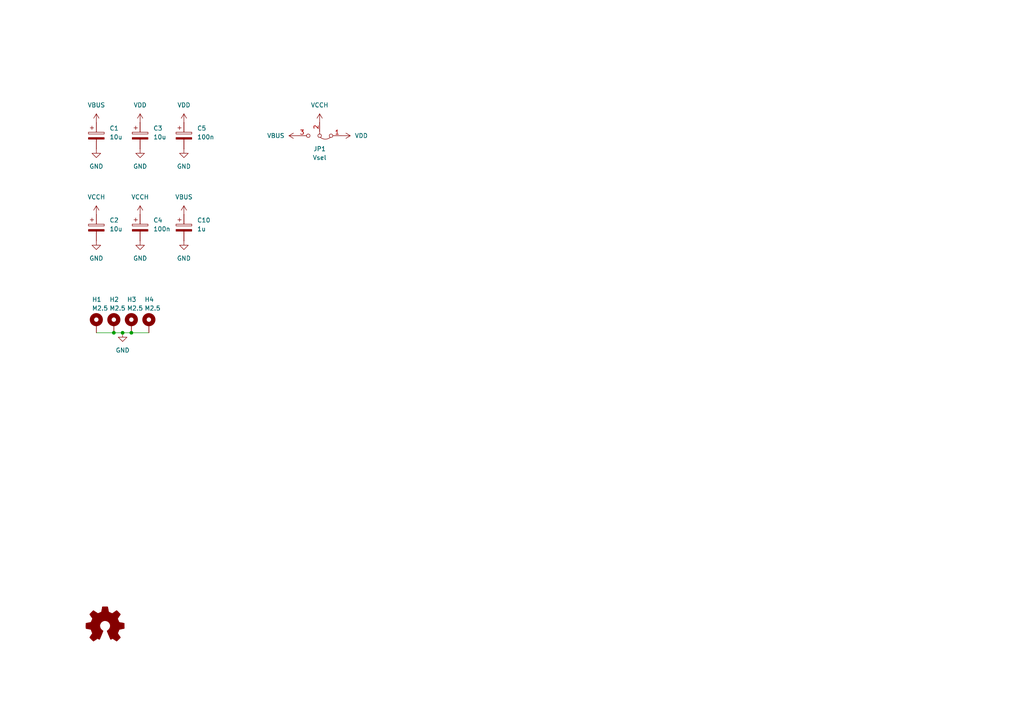
<source format=kicad_sch>
(kicad_sch (version 20231120) (generator "eeschema") (generator_version "8.0")
  (paper "A4")
  (title_block (title "USB-to-quad UART") (date "2024-08-30") (rev "rev. 2") (company "TXnology") (comment 1 "Engineer: Bence Csókás"))
  (lib_symbols
    (symbol "Device:C_Polarized" (pin_numbers hide) (pin_names (offset 0.254))
      (property "Reference" "C" (at 0.635 2.54 0))
      (property "Value" "C_Polarized" (at 0.635 -2.54 0))
      (symbol "C_Polarized_0_1"
        (rectangle (start -2.286 0.508) (end 2.286 1.016))
        (polyline (pts (xy -1.778 2.286) (xy -0.762 2.286)))
        (polyline (pts (xy -1.27 2.794) (xy -1.27 1.778)))
        (rectangle (start 2.286 -0.508) (end -2.286 -1.016) (fill (type outline)))
      )
      (symbol "C_Polarized_1_1"
        (pin passive line (at 0 3.81 270) (length 2.794) (name "~") (number "1"))
        (pin passive line (at 0 -3.81 90) (length 2.794) (name "~") (number "2"))
      )
    )
    (symbol "Graphic:Logo_Open_Hardware_Small" (in_bom no) (on_board no)
      (symbol "Logo_Open_Hardware_Small_0_1"
        (polyline (pts (xy 3.3528 -4.3434) (xy 3.302 -4.318) (xy 3.175 -4.2418) (xy 2.9972 -4.1148) (xy 2.7686 -3.9624) (xy 2.54 -3.81) (xy 2.3622 -3.7084) (xy 2.2352 -3.6068) (xy 2.1844 -3.5814) (xy 2.159 -3.6068) (xy 2.0574 -3.6576) (xy 1.905 -3.7338) (xy 1.8034 -3.7846) (xy 1.6764 -3.8354) (xy 1.6002 -3.8354) (xy 1.6002 -3.8354) (xy 1.5494 -3.7338) (xy 1.4732 -3.5306) (xy 1.3462 -3.302) (xy 1.2446 -3.0226) (xy 1.1176 -2.7178) (xy 0.9652 -2.413) (xy 0.8636 -2.1082) (xy 0.7366 -1.8288) (xy 0.6604 -1.6256) (xy 0.6096 -1.4732) (xy 0.5842 -1.397) (xy 0.5842 -1.397) (xy 0.6604 -1.3208) (xy 0.7874 -1.2446) (xy 1.0414 -1.016) (xy 1.2954 -0.6858) (xy 1.4478 -0.3302) (xy 1.524 0.0762) (xy 1.4732 0.4572) (xy 1.3208 0.8128) (xy 1.0668 1.143) (xy 0.762 1.3716) (xy 0.4064 1.524) (xy 0 1.5748) (xy -0.381 1.5494) (xy -0.7366 1.397) (xy -1.0668 1.143) (xy -1.2192 0.9906) (xy -1.397 0.6604) (xy -1.524 0.3048) (xy -1.524 0.2286) (xy -1.4986 -0.1778) (xy -1.397 -0.5334) (xy -1.1938 -0.8636) (xy -0.9144 -1.143) (xy -0.8636 -1.1684) (xy -0.7366 -1.27) (xy -0.635 -1.3462) (xy -0.5842 -1.397) (xy -1.0668 -2.5908) (xy -1.143 -2.794) (xy -1.2954 -3.1242) (xy -1.397 -3.4036) (xy -1.4986 -3.6322) (xy -1.5748 -3.7846) (xy -1.6002 -3.8354) (xy -1.6002 -3.8354) (xy -1.651 -3.8354) (xy -1.7272 -3.81) (xy -1.905 -3.7338) (xy -2.0066 -3.683) (xy -2.1336 -3.6068) (xy -2.2098 -3.5814) (xy -2.2606 -3.6068) (xy -2.3622 -3.683) (xy -2.54 -3.81) (xy -2.7686 -3.9624) (xy -2.9718 -4.0894) (xy -3.1496 -4.2164) (xy -3.302 -4.318) (xy -3.3528 -4.3434) (xy -3.3782 -4.3434) (xy -3.429 -4.318) (xy -3.5306 -4.2164) (xy -3.7084 -4.064) (xy -3.937 -3.8354) (xy -3.9624 -3.81) (xy -4.1656 -3.6068) (xy -4.318 -3.4544) (xy -4.4196 -3.3274) (xy -4.445 -3.2766) (xy -4.445 -3.2766) (xy -4.4196 -3.2258) (xy -4.318 -3.0734) (xy -4.2164 -2.8956) (xy -4.064 -2.667) (xy -3.6576 -2.0828) (xy -3.8862 -1.5494) (xy -3.937 -1.3716) (xy -4.0386 -1.1684) (xy -4.0894 -1.0414) (xy -4.1148 -0.9652) (xy -4.191 -0.9398) (xy -4.318 -0.9144) (xy -4.5466 -0.8636) (xy -4.8006 -0.8128) (xy -5.0546 -0.7874) (xy -5.2578 -0.7366) (xy -5.4356 -0.7112) (xy -5.5118 -0.6858) (xy -5.5118 -0.6858) (xy -5.5372 -0.635) (xy -5.5372 -0.5588) (xy -5.5372 -0.4318) (xy -5.5626 -0.2286) (xy -5.5626 0.0762) (xy -5.5626 0.127) (xy -5.5372 0.4064) (xy -5.5372 0.635) (xy -5.5372 0.762) (xy -5.5372 0.8382) (xy -5.5372 0.8382) (xy -5.461 0.8382) (xy -5.3086 0.889) (xy -5.08 0.9144) (xy -4.826 0.9652) (xy -4.8006 0.9906) (xy -4.5466 1.0414) (xy -4.318 1.0668) (xy -4.1656 1.1176) (xy -4.0894 1.143) (xy -4.0894 1.143) (xy -4.0386 1.2446) (xy -3.9624 1.4224) (xy -3.8608 1.6256) (xy -3.7846 1.8288) (xy -3.7084 2.0066) (xy -3.6576 2.159) (xy -3.6322 2.2098) (xy -3.6322 2.2098) (xy -3.683 2.286) (xy -3.7592 2.413) (xy -3.8862 2.5908) (xy -4.064 2.8194) (xy -4.064 2.8448) (xy -4.2164 3.0734) (xy -4.3434 3.2512) (xy -4.4196 3.3782) (xy -4.445 3.4544) (xy -4.445 3.4544) (xy -4.3942 3.5052) (xy -4.2926 3.6322) (xy -4.1148 3.81) (xy -3.937 4.0132) (xy -3.8608 4.064) (xy -3.6576 4.2926) (xy -3.5052 4.4196) (xy -3.4036 4.4958) (xy -3.3528 4.5212) (xy -3.3528 4.5212) (xy -3.302 4.4704) (xy -3.1496 4.3688) (xy -2.9718 4.2418) (xy -2.7432 4.0894) (xy -2.7178 4.0894) (xy -2.4892 3.937) (xy -2.3114 3.81) (xy -2.1844 3.7084) (xy -2.1336 3.683) (xy -2.1082 3.683) (xy -2.032 3.7084) (xy -1.8542 3.7592) (xy -1.6764 3.8354) (xy -1.4732 3.937) (xy -1.27 4.0132) (xy -1.143 4.064) (xy -1.0668 4.1148) (xy -1.0668 4.1148) (xy -1.0414 4.191) (xy -1.016 4.3434) (xy -0.9652 4.572) (xy -0.9144 4.8514) (xy -0.889 4.9022) (xy -0.8382 5.1562) (xy -0.8128 5.3848) (xy -0.7874 5.5372) (xy -0.762 5.588) (xy -0.7112 5.6134) (xy -0.5842 5.6134) (xy -0.4064 5.6134) (xy -0.1524 5.6134) (xy 0.0762 5.6134) (xy 0.3302 5.6134) (xy 0.5334 5.6134) (xy 0.6858 5.588) (xy 0.7366 5.588) (xy 0.7366 5.588) (xy 0.762 5.5118) (xy 0.8128 5.334) (xy 0.8382 5.1054) (xy 0.9144 4.826) (xy 0.9144 4.7752) (xy 0.9652 4.5212) (xy 1.016 4.2926) (xy 1.0414 4.1402) (xy 1.0668 4.0894) (xy 1.0668 4.0894) (xy 1.1938 4.0386) (xy 1.3716 3.9624) (xy 1.5748 3.8608) (xy 2.0828 3.6576) (xy 2.7178 4.0894) (xy 2.7686 4.1402) (xy 2.9972 4.2926) (xy 3.175 4.4196) (xy 3.302 4.4958) (xy 3.3782 4.5212) (xy 3.3782 4.5212) (xy 3.429 4.4704) (xy 3.556 4.3434) (xy 3.7338 4.191) (xy 3.9116 3.9878) (xy 4.064 3.8354) (xy 4.2418 3.6576) (xy 4.3434 3.556) (xy 4.4196 3.4798) (xy 4.4196 3.429) (xy 4.4196 3.4036) (xy 4.3942 3.3274) (xy 4.2926 3.2004) (xy 4.1656 2.9972) (xy 4.0132 2.794) (xy 3.8862 2.5908) (xy 3.7592 2.3876) (xy 3.6576 2.2352) (xy 3.6322 2.159) (xy 3.6322 2.1336) (xy 3.683 2.0066) (xy 3.7592 1.8288) (xy 3.8608 1.6002) (xy 4.064 1.1176) (xy 4.3942 1.0414) (xy 4.5974 1.016) (xy 4.8768 0.9652) (xy 5.1308 0.9144) (xy 5.5372 0.8382) (xy 5.5626 -0.6604) (xy 5.4864 -0.6858) (xy 5.4356 -0.6858) (xy 5.2832 -0.7366) (xy 5.0546 -0.762) (xy 4.8006 -0.8128) (xy 4.5974 -0.8636) (xy 4.3688 -0.9144) (xy 4.2164 -0.9398) (xy 4.1402 -0.9398) (xy 4.1148 -0.9652) (xy 4.064 -1.0668) (xy 3.9878 -1.2446) (xy 3.9116 -1.4478) (xy 3.81 -1.651) (xy 3.7338 -1.8542) (xy 3.683 -2.0066) (xy 3.6576 -2.0828) (xy 3.683 -2.1336) (xy 3.7846 -2.2606) (xy 3.8862 -2.4638) (xy 4.0386 -2.667) (xy 4.191 -2.8956) (xy 4.318 -3.0734) (xy 4.3942 -3.2004) (xy 4.445 -3.2766) (xy 4.4196 -3.3274) (xy 4.3434 -3.429) (xy 4.1656 -3.5814) (xy 3.937 -3.8354) (xy 3.8862 -3.8608) (xy 3.683 -4.064) (xy 3.5306 -4.2164) (xy 3.4036 -4.318) (xy 3.3528 -4.3434)) (fill (type outline)))
      )
    )
    (symbol "Jumper:Jumper_3_Bridged12" (pin_names (offset 0) hide) (exclude_from_sim yes) (in_bom no)
      (property "Reference" "JP" (at -2.54 -2.54 0))
      (property "Value" "Jumper_3_Bridged12" (at 0 2.794 0))
      (symbol "Jumper_3_Bridged12_0_0"
        (circle (center -3.302 0) (radius 0.508))
        (circle (center 0 0) (radius 0.508))
        (circle (center 3.302 0) (radius 0.508))
      )
      (symbol "Jumper_3_Bridged12_0_1"
        (arc (start -0.254 0.508) (mid -1.651 0.9912) (end -3.048 0.508))
        (polyline (pts (xy 0 -1.27) (xy 0 -0.508)))
      )
      (symbol "Jumper_3_Bridged12_1_1"
        (pin passive line (at -6.35 0 0) (length 2.54) (name "A") (number "1"))
        (pin passive line (at 0 -3.81 90) (length 2.54) (name "C") (number "2"))
        (pin passive line (at 6.35 0 180) (length 2.54) (name "B") (number "3"))
      )
    )
    (symbol "Mechanical:MountingHole_Pad" (pin_numbers hide) (pin_names (offset 1.016) hide) (exclude_from_sim yes) (in_bom no)
      (property "Reference" "H" (at 0 6.35 0))
      (property "Value" "MountingHole_Pad" (at 0 4.445 0))
      (symbol "MountingHole_Pad_0_1"
        (circle (center 0 1.27) (radius 1.27) (stroke (width 1.27)))
      )
      (symbol "MountingHole_Pad_1_1"
        (pin input line (at 0 -2.54 90) (length 2.54) (name "1") (number "1"))
      )
    )
    (symbol "power:GND" (power) (pin_numbers hide) (pin_names (offset 0) hide)
      (property "Value" "GND" (at 0 -3.81 0))
      (symbol "GND_0_1"
        (polyline (pts (xy 0 0) (xy 0 -1.27) (xy 1.27 -1.27) (xy 0 -2.54) (xy -1.27 -1.27) (xy 0 -1.27)))
      )
      (symbol "GND_1_1"
        (pin power_in line (at 0 0 270) (length 0) (name "~") (number "1"))
      )
    )
    (symbol "power:VBUS" (power) (pin_numbers hide) (pin_names (offset 0) hide)
      (property "Value" "VBUS" (at 0 3.556 0))
      (symbol "VBUS_0_1"
        (polyline (pts (xy -0.762 1.27) (xy 0 2.54)))
        (polyline (pts (xy 0 0) (xy 0 2.54)))
        (polyline (pts (xy 0 2.54) (xy 0.762 1.27)))
      )
      (symbol "VBUS_1_1"
        (pin power_in line (at 0 0 90) (length 0) (name "~") (number "1"))
      )
    )
    (symbol "power:VCC" (power) (pin_numbers hide) (pin_names (offset 0) hide)
      (property "Value" "VCC" (at 0 3.556 0))
      (symbol "VCC_0_1"
        (polyline (pts (xy -0.762 1.27) (xy 0 2.54)))
        (polyline (pts (xy 0 0) (xy 0 2.54)))
        (polyline (pts (xy 0 2.54) (xy 0.762 1.27)))
      )
      (symbol "VCC_1_1"
        (pin power_in line (at 0 0 90) (length 0) (name "~") (number "1"))
      )
    )
    (symbol "power:VDD" (power) (pin_numbers hide) (pin_names (offset 0) hide)
      (property "Value" "VDD" (at 0 3.556 0))
      (symbol "VDD_0_1"
        (polyline (pts (xy -0.762 1.27) (xy 0 2.54)))
        (polyline (pts (xy 0 0) (xy 0 2.54)))
        (polyline (pts (xy 0 2.54) (xy 0.762 1.27)))
      )
      (symbol "VDD_1_1"
        (pin power_in line (at 0 0 90) (length 0) (name "~") (number "1"))
      )
    )
  )
  (junction (at 33.02 96.52))
  (junction (at 35.56 96.52))
  (junction (at 38.1 96.52))
  (wire (pts (xy 35.56 96.52) (xy 33.02 96.52)))
  (wire (pts (xy 27.94 96.52) (xy 33.02 96.52)))
  (wire (pts (xy 38.1 96.52) (xy 35.56 96.52)))
  (wire (pts (xy 43.18 96.52) (xy 38.1 96.52)))
  (symbol (lib_id "Device:C_Polarized") (at 27.94 66.04 0) (unit 1)
    (property "Reference" "C2" (at 31.75 63.8809 0) (effects (justify left)))
    (property "Value" "10u" (at 31.75 66.4209 0) (effects (justify left)))
    (property "Footprint" "Capacitor_SMD:C_0603_1608Metric" (effects (hide yes)))
    (property "Description" "Polarized capacitor" (effects (hide yes)))
  )
  (symbol (lib_id "Device:C_Polarized") (at 53.34 39.37 0) (unit 1)
    (property "Reference" "C5" (at 57.15 37.2109 0) (effects (justify left)))
    (property "Value" "100n" (at 57.15 39.7509 0) (effects (justify left)))
    (property "Footprint" "Capacitor_SMD:C_0603_1608Metric" (effects (hide yes)))
    (property "Description" "Polarized capacitor" (effects (hide yes)))
  )
  (symbol (lib_id "power:VBUS") (at 27.94 35.56 0) (unit 1)
    (property "Reference" "#PWR05" (effects (hide yes)))
    (property "Value" "VBUS" (at 27.94 30.48 0))
    (property "Description" "Power symbol creates a global label with name \"VBUS\"" (effects (hide yes)))
  )
  (symbol (lib_id "power:VBUS") (at 53.34 62.23 0) (unit 1)
    (property "Reference" "#PWR054" (effects (hide yes)))
    (property "Value" "VBUS" (at 53.34 57.15 0))
    (property "Description" "Power symbol creates a global label with name \"VBUS\"" (effects (hide yes)))
  )
  (symbol (lib_id "power:GND") (at 53.34 43.18 0) (unit 1)
    (property "Reference" "#PWR022" (effects (hide yes)))
    (property "Value" "GND" (at 53.34 48.26 0))
    (property "Description" "Power symbol creates a global label with name \"GND\" , ground" (effects (hide yes)))
  )
  (symbol (lib_id "power:GND") (at 53.34 69.85 0) (unit 1)
    (property "Reference" "#PWR055" (effects (hide yes)))
    (property "Value" "GND" (at 53.34 74.93 0))
    (property "Description" "Power symbol creates a global label with name \"GND\" , ground" (effects (hide yes)))
  )
  (symbol (lib_id "Graphic:Logo_Open_Hardware_Small") (at 30.48 181.61 0) (unit 1) (exclude_from_sim yes) (in_bom no)
    (property "Reference" "SYM1" (effects (hide yes)))
    (property "Value" "Logo_Open_Hardware_Small" (effects (hide yes)))
    (property "Footprint" "Symbol:OSHW-Logo2_7.3x6mm_SilkScreen" (effects (hide yes)))
    (property "Description" "Open Hardware logo, small" (effects (hide yes)))
  )
  (symbol (lib_id "power:GND") (at 40.64 69.85 0) (unit 1)
    (property "Reference" "#PWR014" (effects (hide yes)))
    (property "Value" "GND" (at 40.64 74.93 0))
    (property "Description" "Power symbol creates a global label with name \"GND\" , ground" (effects (hide yes)))
  )
  (symbol (lib_id "Device:C_Polarized") (at 27.94 39.37 0) (unit 1)
    (property "Reference" "C1" (at 31.75 37.2109 0) (effects (justify left)))
    (property "Value" "10u" (at 31.75 39.7509 0) (effects (justify left)))
    (property "Footprint" "Capacitor_SMD:C_0603_1608Metric" (effects (hide yes)))
    (property "Description" "Polarized capacitor" (effects (hide yes)))
  )
  (symbol (lib_id "power:GND") (at 27.94 43.18 0) (unit 1)
    (property "Reference" "#PWR06" (effects (hide yes)))
    (property "Value" "GND" (at 27.94 48.26 0))
    (property "Description" "Power symbol creates a global label with name \"GND\" , ground" (effects (hide yes)))
  )
  (symbol (lib_id "Device:C_Polarized") (at 40.64 39.37 0) (unit 1)
    (property "Reference" "C3" (at 44.45 37.2109 0) (effects (justify left)))
    (property "Value" "10u" (at 44.45 39.7509 0) (effects (justify left)))
    (property "Footprint" "Capacitor_SMD:C_0603_1608Metric" (effects (hide yes)))
    (property "Description" "Polarized capacitor" (effects (hide yes)))
  )
  (symbol (lib_id "power:VCC") (at 27.94 62.23 0) (unit 1)
    (property "Reference" "#PWR011" (effects (hide yes)))
    (property "Value" "VCCH" (at 27.94 57.15 0))
    (property "Description" "Power symbol creates a global label with name \"VCCH\"" (effects (hide yes)))
  )
  (symbol (lib_id "Jumper:Jumper_3_Bridged12") (at 92.71 39.37 180) (unit 1) (exclude_from_sim yes) (in_bom no)
    (property "Reference" "JP1" (at 92.71 43.18 0))
    (property "Value" "Vsel" (at 92.71 45.72 0))
    (property "Footprint" "Jumper:SolderJumper-3_P1.3mm_Bridged12_RoundedPad1.0x1.5mm_NumberLabels" (effects (hide yes)))
    (property "Description" "Jumper, 3-pole, pins 1+2 closed/bridged" (effects (hide yes)))
  )
  (symbol (lib_id "power:GND") (at 40.64 43.18 0) (unit 1)
    (property "Reference" "#PWR08" (effects (hide yes)))
    (property "Value" "GND" (at 40.64 48.26 0))
    (property "Description" "Power symbol creates a global label with name \"GND\" , ground" (effects (hide yes)))
  )
  (symbol (lib_id "power:GND") (at 35.56 96.52 0) (unit 1)
    (property "Reference" "#PWR029" (effects (hide yes)))
    (property "Value" "GND" (at 35.56 101.6 0))
    (property "Description" "Power symbol creates a global label with name \"GND\" , ground" (effects (hide yes)))
  )
  (symbol (lib_id "power:VDD") (at 53.34 35.56 0) (unit 1)
    (property "Reference" "#PWR021" (effects (hide yes)))
    (property "Value" "VDD" (at 53.34 30.48 0))
    (property "Description" "Power symbol creates a global label with name \"VDD\"" (effects (hide yes)))
  )
  (symbol (lib_id "power:VBUS") (at 86.36 39.37 90) (unit 1)
    (property "Reference" "#PWR010" (effects (hide yes)))
    (property "Value" "VBUS" (at 82.55 39.3699 90) (effects (justify left)))
    (property "Description" "Power symbol creates a global label with name \"VBUS\"" (effects (hide yes)))
  )
  (symbol (lib_id "power:VCC") (at 92.71 35.56 0) (unit 1)
    (property "Reference" "#PWR015" (effects (hide yes)))
    (property "Value" "VCCH" (at 92.71 30.48 0))
    (property "Description" "Power symbol creates a global label with name \"VCCH\"" (effects (hide yes)))
  )
  (symbol (lib_id "power:VCC") (at 40.64 62.23 0) (unit 1)
    (property "Reference" "#PWR013" (effects (hide yes)))
    (property "Value" "VCCH" (at 40.64 57.15 0))
    (property "Description" "Power symbol creates a global label with name \"VCCH\"" (effects (hide yes)))
  )
  (symbol (lib_id "power:GND") (at 27.94 69.85 0) (unit 1)
    (property "Reference" "#PWR012" (effects (hide yes)))
    (property "Value" "GND" (at 27.94 74.93 0))
    (property "Description" "Power symbol creates a global label with name \"GND\" , ground" (effects (hide yes)))
  )
  (symbol (lib_id "Device:C_Polarized") (at 40.64 66.04 0) (unit 1)
    (property "Reference" "C4" (at 44.45 63.8809 0) (effects (justify left)))
    (property "Value" "100n" (at 44.45 66.4209 0) (effects (justify left)))
    (property "Footprint" "Capacitor_SMD:C_0603_1608Metric" (effects (hide yes)))
    (property "Description" "Polarized capacitor" (effects (hide yes)))
  )
  (symbol (lib_id "Device:C_Polarized") (at 53.34 66.04 0) (unit 1)
    (property "Reference" "C10" (at 57.15 63.8809 0) (effects (justify left)))
    (property "Value" "1u" (at 57.15 66.4209 0) (effects (justify left)))
    (property "Footprint" "Capacitor_SMD:C_0603_1608Metric" (effects (hide yes)))
    (property "Description" "Polarized capacitor" (effects (hide yes)))
  )
  (symbol (lib_id "power:VDD") (at 99.06 39.37 270) (unit 1)
    (property "Reference" "#PWR016" (effects (hide yes)))
    (property "Value" "VDD" (at 102.87 39.3699 90) (effects (justify left)))
    (property "Description" "Power symbol creates a global label with name \"VDD\"" (effects (hide yes)))
  )
  (symbol (lib_id "Mechanical:MountingHole_Pad") (at 38.1 93.98 0) (unit 1) (exclude_from_sim yes) (in_bom no)
    (property "Reference" "H3" (at 36.83 86.868 0) (effects (justify left)))
    (property "Value" "M2.5" (at 36.83 89.408 0) (effects (justify left)))
    (property "Footprint" "MountingHole:MountingHole_2.7mm_M2.5_Pad" (effects (hide yes)))
    (property "Description" "Mounting Hole with connection" (effects (hide yes)))
  )
  (symbol (lib_id "power:VDD") (at 40.64 35.56 0) (unit 1)
    (property "Reference" "#PWR07" (effects (hide yes)))
    (property "Value" "VDD" (at 40.64 30.48 0))
    (property "Description" "Power symbol creates a global label with name \"VDD\"" (effects (hide yes)))
  )
  (symbol (lib_id "Mechanical:MountingHole_Pad") (at 33.02 93.98 0) (unit 1) (exclude_from_sim yes) (in_bom no)
    (property "Reference" "H2" (at 31.75 86.868 0) (effects (justify left)))
    (property "Value" "M2.5" (at 31.75 89.408 0) (effects (justify left)))
    (property "Footprint" "MountingHole:MountingHole_2.7mm_M2.5_Pad" (effects (hide yes)))
    (property "Description" "Mounting Hole with connection" (effects (hide yes)))
  )
  (symbol (lib_id "Mechanical:MountingHole_Pad") (at 43.18 93.98 0) (unit 1) (exclude_from_sim yes) (in_bom no)
    (property "Reference" "H4" (at 41.91 86.868 0) (effects (justify left)))
    (property "Value" "M2.5" (at 41.91 89.408 0) (effects (justify left)))
    (property "Footprint" "MountingHole:MountingHole_2.7mm_M2.5_Pad" (effects (hide yes)))
    (property "Description" "Mounting Hole with connection" (effects (hide yes)))
  )
  (symbol (lib_id "Mechanical:MountingHole_Pad") (at 27.94 93.98 0) (unit 1) (exclude_from_sim yes) (in_bom no)
    (property "Reference" "H1" (at 26.67 86.868 0) (effects (justify left)))
    (property "Value" "M2.5" (at 26.67 89.408 0) (effects (justify left)))
    (property "Footprint" "MountingHole:MountingHole_2.7mm_M2.5_Pad" (effects (hide yes)))
    (property "Description" "Mounting Hole with connection" (effects (hide yes)))
  )
)
</source>
